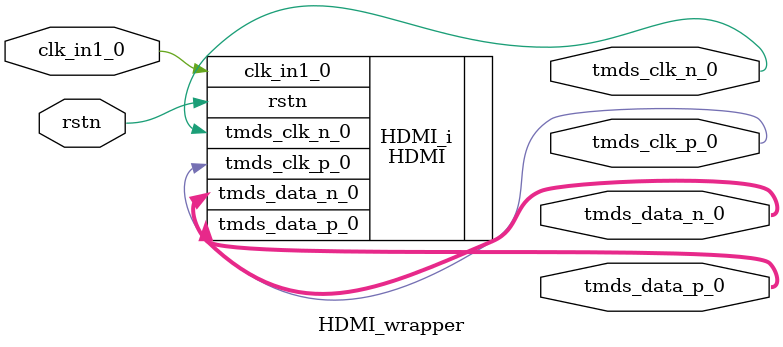
<source format=v>
`timescale 1 ps / 1 ps

module HDMI_wrapper
   (clk_in1_0,
    rstn,
    tmds_clk_n_0,
    tmds_clk_p_0,
    tmds_data_n_0,
    tmds_data_p_0);
  input clk_in1_0;
  input [0:0]rstn;
  output tmds_clk_n_0;
  output tmds_clk_p_0;
  output [2:0]tmds_data_n_0;
  output [2:0]tmds_data_p_0;

  wire clk_in1_0;
  wire [0:0]rstn;
  wire tmds_clk_n_0;
  wire tmds_clk_p_0;
  wire [2:0]tmds_data_n_0;
  wire [2:0]tmds_data_p_0;

  HDMI HDMI_i
       (.clk_in1_0(clk_in1_0),
        .rstn(rstn),
        .tmds_clk_n_0(tmds_clk_n_0),
        .tmds_clk_p_0(tmds_clk_p_0),
        .tmds_data_n_0(tmds_data_n_0),
        .tmds_data_p_0(tmds_data_p_0));
endmodule

</source>
